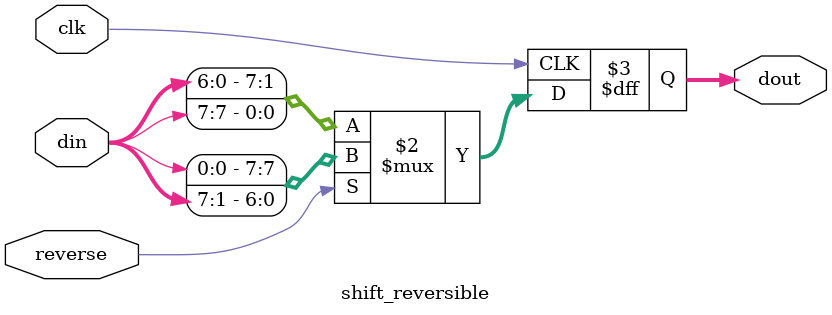
<source format=sv>
module shift_reversible #(parameter WIDTH=8) (
    input clk, reverse,
    input [WIDTH-1:0] din,
    output reg [WIDTH-1:0] dout
);
always @(posedge clk) begin
    dout <= reverse ? {din[0], din[WIDTH-1:1]} :
                    {din[WIDTH-2:0], din[WIDTH-1]};
end
endmodule

</source>
